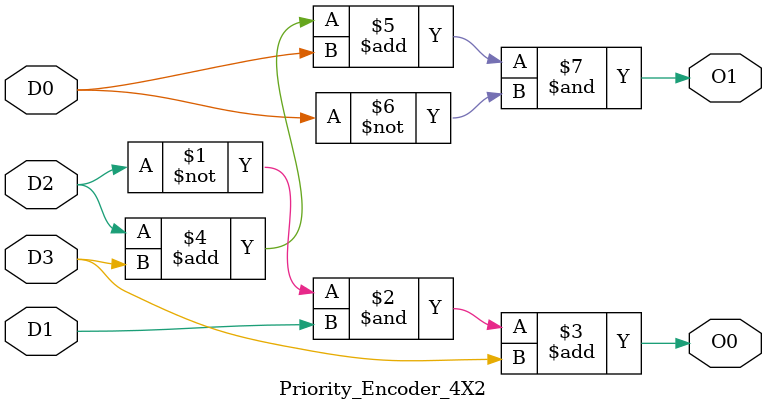
<source format=v>
`timescale 1ns / 1ps

 module Priority_Encoder_4X2(
    input D0,
    input D1,
    input D2,
    input D3,
    output O0,
    output O1
    );

 assign O0 = ((~D2) & D1) + D3; 
 assign O1 = D2 + D3+ D0&(~D0);

 endmodule

</source>
